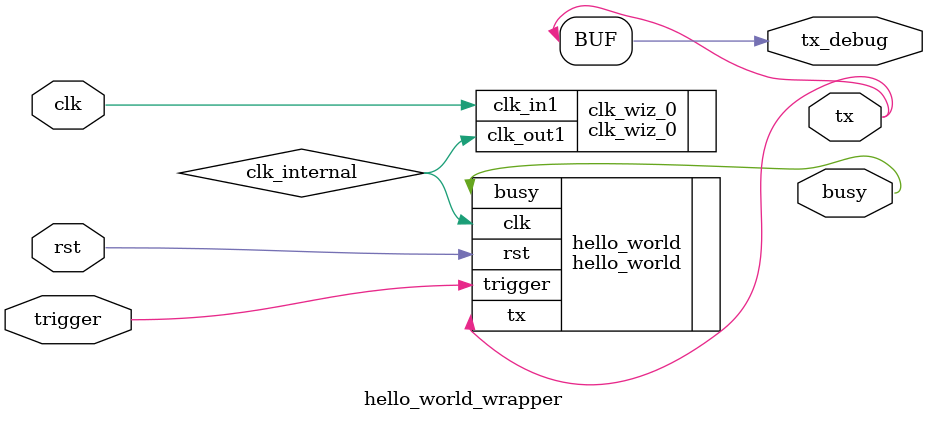
<source format=v>
module hello_world_wrapper(
   input wire clk, rst, trigger,
   output wire tx, tx_debug, busy
);

    wire clk_internal;

   // Signal names as documented in IP documentation for clocking wizard?
   clk_wiz_0 clk_wiz_0(
      .clk_in1(clk),
      .clk_out1(clk_internal)
   );
   
    assign tx_debug = tx;

    hello_world hello_world(
        .clk(clk_internal),
        .rst(rst),
        .trigger(trigger),
        .tx(tx),
        .busy(busy)
    );

endmodule

</source>
